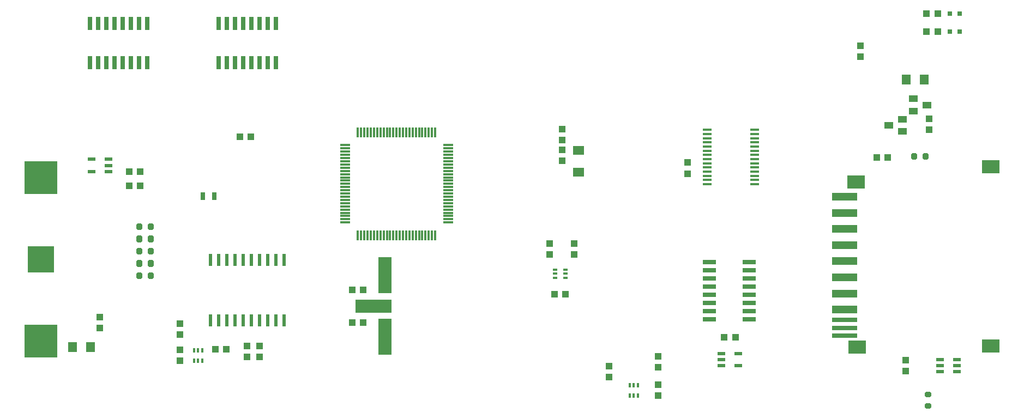
<source format=gtp>
G75*
%MOIN*%
%OFA0B0*%
%FSLAX24Y24*%
%IPPOS*%
%LPD*%
%AMOC8*
5,1,8,0,0,1.08239X$1,22.5*
%
%ADD10R,0.0433X0.0394*%
%ADD11R,0.0315X0.0472*%
%ADD12R,0.0800X0.0260*%
%ADD13R,0.0472X0.0217*%
%ADD14R,0.1102X0.0787*%
%ADD15R,0.1575X0.0276*%
%ADD16R,0.1575X0.0472*%
%ADD17R,0.1600X0.1600*%
%ADD18R,0.2000X0.2000*%
%ADD19R,0.0394X0.0433*%
%ADD20R,0.0550X0.0137*%
%ADD21R,0.0315X0.0315*%
%ADD22R,0.0551X0.0394*%
%ADD23C,0.0283*%
%ADD24R,0.0480X0.0245*%
%ADD25R,0.0551X0.0630*%
%ADD26R,0.0209X0.0780*%
%ADD27R,0.0591X0.0118*%
%ADD28R,0.0118X0.0591*%
%ADD29R,0.0709X0.0551*%
%ADD30R,0.0827X0.2205*%
%ADD31R,0.2205X0.0827*%
%ADD32R,0.0118X0.0276*%
%ADD33R,0.0260X0.0800*%
%ADD34R,0.0276X0.0118*%
D10*
X013881Y009495D03*
X013881Y010165D03*
X013881Y011120D03*
X013881Y011790D03*
X018006Y010415D03*
X018756Y010415D03*
X018756Y009745D03*
X018006Y009745D03*
X024421Y011830D03*
X025091Y011830D03*
X025091Y013830D03*
X024421Y013830D03*
X036506Y015995D03*
X036506Y016665D03*
X038006Y016665D03*
X038006Y015995D03*
X037466Y013580D03*
X036796Y013580D03*
X043131Y009790D03*
X043131Y009120D03*
X040131Y009165D03*
X040131Y008495D03*
X047171Y010955D03*
X047841Y010955D03*
X056496Y021946D03*
X057165Y021946D03*
X059681Y023629D03*
X059681Y024299D03*
X055506Y028120D03*
X055506Y028790D03*
X037256Y023665D03*
X037256Y022995D03*
X037256Y022415D03*
X037256Y021745D03*
X018216Y023205D03*
X017546Y023205D03*
D11*
X015985Y019580D03*
X015277Y019580D03*
D12*
X046259Y015535D03*
X046259Y015035D03*
X046259Y014535D03*
X046259Y014035D03*
X046259Y013535D03*
X046259Y013035D03*
X046259Y012535D03*
X046259Y012035D03*
X048679Y012035D03*
X048679Y012535D03*
X048679Y013035D03*
X048679Y013535D03*
X048679Y014035D03*
X048679Y014535D03*
X048679Y015035D03*
X048679Y015535D03*
D13*
X048018Y009954D03*
X048018Y009206D03*
X046994Y009206D03*
X046994Y009580D03*
X046994Y009954D03*
X009518Y021081D03*
X009518Y021455D03*
X009518Y021829D03*
X008494Y021829D03*
X008494Y021081D03*
D14*
X055235Y020436D03*
X063464Y021381D03*
X063464Y010397D03*
X055275Y010358D03*
D15*
X054527Y011027D03*
X054527Y011499D03*
X054527Y012011D03*
D16*
X054527Y012641D03*
X054527Y013625D03*
X054527Y014610D03*
X054527Y015594D03*
X054527Y016578D03*
X054527Y017562D03*
X054527Y018547D03*
X054527Y019531D03*
D17*
X005381Y015705D03*
D18*
X005381Y010705D03*
X005381Y020705D03*
D19*
X010796Y021080D03*
X011466Y021080D03*
X011466Y020205D03*
X010796Y020205D03*
X009006Y012165D03*
X009006Y011495D03*
X016046Y010205D03*
X016716Y010205D03*
X043131Y008040D03*
X043131Y007370D03*
X058256Y008870D03*
X058256Y009540D03*
X044938Y020958D03*
X044938Y021627D03*
X059537Y029630D03*
X060207Y029630D03*
X060207Y030755D03*
X059537Y030755D03*
D20*
X049013Y023632D03*
X049013Y023376D03*
X049013Y023120D03*
X049013Y022864D03*
X049013Y022609D03*
X049013Y022353D03*
X049013Y022097D03*
X049013Y021841D03*
X049013Y021585D03*
X049013Y021329D03*
X049013Y021073D03*
X049013Y020817D03*
X049013Y020561D03*
X049013Y020305D03*
X046134Y020305D03*
X046134Y020561D03*
X046134Y020817D03*
X046134Y021073D03*
X046134Y021329D03*
X046134Y021585D03*
X046134Y021841D03*
X046134Y022097D03*
X046134Y022353D03*
X046134Y022609D03*
X046134Y022864D03*
X046134Y023120D03*
X046134Y023376D03*
X046134Y023632D03*
D21*
X060952Y029630D03*
X061542Y029630D03*
X061542Y030755D03*
X060952Y030755D03*
D22*
X058707Y025529D03*
X059573Y025155D03*
X058707Y024781D03*
X058073Y024279D03*
X058073Y023531D03*
X057207Y023905D03*
D23*
X058736Y022080D02*
X058736Y021930D01*
X058736Y022080D02*
X058808Y022080D01*
X058808Y021930D01*
X058736Y021930D01*
X059436Y021930D02*
X059436Y022080D01*
X059508Y022080D01*
X059508Y021930D01*
X059436Y021930D01*
X059556Y007466D02*
X059706Y007466D01*
X059706Y007394D01*
X059556Y007394D01*
X059556Y007466D01*
X059556Y006766D02*
X059706Y006766D01*
X059706Y006694D01*
X059556Y006694D01*
X059556Y006766D01*
X012070Y014630D02*
X012070Y014780D01*
X012142Y014780D01*
X012142Y014630D01*
X012070Y014630D01*
X011370Y014630D02*
X011370Y014780D01*
X011442Y014780D01*
X011442Y014630D01*
X011370Y014630D01*
X011442Y015380D02*
X011442Y015530D01*
X011442Y015380D02*
X011370Y015380D01*
X011370Y015530D01*
X011442Y015530D01*
X012142Y015530D02*
X012142Y015380D01*
X012070Y015380D01*
X012070Y015530D01*
X012142Y015530D01*
X012142Y016130D02*
X012142Y016280D01*
X012142Y016130D02*
X012070Y016130D01*
X012070Y016280D01*
X012142Y016280D01*
X012142Y016880D02*
X012142Y017030D01*
X012142Y016880D02*
X012070Y016880D01*
X012070Y017030D01*
X012142Y017030D01*
X012142Y017630D02*
X012142Y017780D01*
X012142Y017630D02*
X012070Y017630D01*
X012070Y017780D01*
X012142Y017780D01*
X011442Y017780D02*
X011442Y017630D01*
X011370Y017630D01*
X011370Y017780D01*
X011442Y017780D01*
X011442Y017030D02*
X011442Y016880D01*
X011370Y016880D01*
X011370Y017030D01*
X011442Y017030D01*
X011442Y016280D02*
X011442Y016130D01*
X011370Y016130D01*
X011370Y016280D01*
X011442Y016280D01*
D24*
X060365Y009579D03*
X060365Y009205D03*
X060365Y008831D03*
X061397Y008831D03*
X061397Y009205D03*
X061397Y009579D03*
D25*
X059382Y026696D03*
X058280Y026696D03*
X008432Y010330D03*
X007330Y010330D03*
D26*
X015756Y011986D03*
X016256Y011986D03*
X016756Y011986D03*
X017256Y011986D03*
X017756Y011986D03*
X018256Y011986D03*
X018756Y011986D03*
X019256Y011986D03*
X019756Y011986D03*
X020256Y011986D03*
X020256Y015674D03*
X019756Y015674D03*
X019256Y015674D03*
X018756Y015674D03*
X018256Y015674D03*
X017756Y015674D03*
X017256Y015674D03*
X016756Y015674D03*
X016256Y015674D03*
X015756Y015674D03*
D27*
X023981Y017968D03*
X023981Y018165D03*
X023981Y018361D03*
X023981Y018558D03*
X023981Y018755D03*
X023981Y018952D03*
X023981Y019149D03*
X023981Y019346D03*
X023981Y019543D03*
X023981Y019739D03*
X023981Y019936D03*
X023981Y020133D03*
X023981Y020330D03*
X023981Y020527D03*
X023981Y020724D03*
X023981Y020921D03*
X023981Y021117D03*
X023981Y021314D03*
X023981Y021511D03*
X023981Y021708D03*
X023981Y021905D03*
X023981Y022102D03*
X023981Y022299D03*
X023981Y022495D03*
X023981Y022692D03*
X030281Y022692D03*
X030281Y022495D03*
X030281Y022299D03*
X030281Y022102D03*
X030281Y021905D03*
X030281Y021708D03*
X030281Y021511D03*
X030281Y021314D03*
X030281Y021117D03*
X030281Y020921D03*
X030281Y020724D03*
X030281Y020527D03*
X030281Y020330D03*
X030281Y020133D03*
X030281Y019936D03*
X030281Y019739D03*
X030281Y019543D03*
X030281Y019346D03*
X030281Y019149D03*
X030281Y018952D03*
X030281Y018755D03*
X030281Y018558D03*
X030281Y018361D03*
X030281Y018165D03*
X030281Y017968D03*
D28*
X029493Y017180D03*
X029296Y017180D03*
X029099Y017180D03*
X028903Y017180D03*
X028706Y017180D03*
X028509Y017180D03*
X028312Y017180D03*
X028115Y017180D03*
X027918Y017180D03*
X027721Y017180D03*
X027525Y017180D03*
X027328Y017180D03*
X027131Y017180D03*
X026934Y017180D03*
X026737Y017180D03*
X026540Y017180D03*
X026344Y017180D03*
X026147Y017180D03*
X025950Y017180D03*
X025753Y017180D03*
X025556Y017180D03*
X025359Y017180D03*
X025162Y017180D03*
X024966Y017180D03*
X024769Y017180D03*
X024769Y023480D03*
X024966Y023480D03*
X025162Y023480D03*
X025359Y023480D03*
X025556Y023480D03*
X025753Y023480D03*
X025950Y023480D03*
X026147Y023480D03*
X026344Y023480D03*
X026540Y023480D03*
X026737Y023480D03*
X026934Y023480D03*
X027131Y023480D03*
X027328Y023480D03*
X027525Y023480D03*
X027721Y023480D03*
X027918Y023480D03*
X028115Y023480D03*
X028312Y023480D03*
X028509Y023480D03*
X028706Y023480D03*
X028903Y023480D03*
X029099Y023480D03*
X029296Y023480D03*
X029493Y023480D03*
D29*
X038256Y022374D03*
X038256Y021036D03*
D30*
X026419Y014728D03*
X026419Y010987D03*
D31*
X025730Y012858D03*
D32*
X015262Y010145D03*
X015006Y010145D03*
X014750Y010145D03*
X014750Y009515D03*
X015006Y009515D03*
X015262Y009515D03*
X041375Y008020D03*
X041631Y008020D03*
X041887Y008020D03*
X041887Y007390D03*
X041631Y007390D03*
X041375Y007390D03*
D33*
X019757Y027735D03*
X019257Y027735D03*
X018757Y027735D03*
X018257Y027735D03*
X017757Y027735D03*
X017257Y027735D03*
X016757Y027735D03*
X016257Y027735D03*
X016257Y030155D03*
X016757Y030155D03*
X017257Y030155D03*
X017757Y030155D03*
X018257Y030155D03*
X018757Y030155D03*
X019257Y030155D03*
X019757Y030155D03*
X011883Y030155D03*
X011383Y030155D03*
X010883Y030155D03*
X010383Y030155D03*
X009883Y030155D03*
X009383Y030155D03*
X008883Y030155D03*
X008383Y030155D03*
X008383Y027735D03*
X008883Y027735D03*
X009383Y027735D03*
X009883Y027735D03*
X010383Y027735D03*
X010883Y027735D03*
X011383Y027735D03*
X011883Y027735D03*
D34*
X036816Y015086D03*
X036816Y014830D03*
X036816Y014574D03*
X037446Y014574D03*
X037446Y014830D03*
X037446Y015086D03*
M02*

</source>
